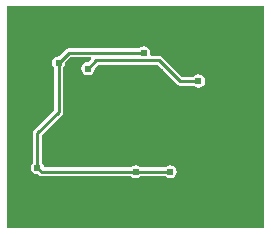
<source format=gbl>
G04*
G04 #@! TF.GenerationSoftware,Altium Limited,Altium Designer,18.0.11 (651)*
G04*
G04 Layer_Physical_Order=4*
G04 Layer_Color=16711680*
%FSLAX24Y24*%
%MOIN*%
G70*
G01*
G75*
%ADD10C,0.0098*%
%ADD38C,0.0240*%
G36*
X4690Y-3706D02*
X-3903D01*
Y3706D01*
X4690D01*
Y-3706D01*
D02*
G37*
%LPC*%
G36*
X659Y2370D02*
X574Y2353D01*
X501Y2304D01*
X497Y2298D01*
X-1841D01*
X-1899Y2286D01*
X-1948Y2253D01*
X-1948Y2253D01*
X-2168Y2034D01*
X-2175Y2035D01*
X-2261Y2018D01*
X-2334Y1970D01*
X-2382Y1897D01*
X-2400Y1811D01*
X-2382Y1725D01*
X-2334Y1652D01*
X-2327Y1648D01*
Y238D01*
X-2984Y-419D01*
X-3017Y-469D01*
X-3029Y-527D01*
Y-1520D01*
X-3035Y-1524D01*
X-3084Y-1597D01*
X-3101Y-1683D01*
X-3084Y-1769D01*
X-3035Y-1842D01*
X-2963Y-1890D01*
X-2877Y-1907D01*
X-2869Y-1906D01*
X-2847Y-1928D01*
X-2847Y-1928D01*
X-2797Y-1961D01*
X-2739Y-1973D01*
X-2739Y-1973D01*
X241D01*
X245Y-1979D01*
X318Y-2028D01*
X404Y-2045D01*
X489Y-2028D01*
X562Y-1979D01*
X566Y-1973D01*
X1382D01*
X1387Y-1979D01*
X1459Y-2028D01*
X1545Y-2045D01*
X1631Y-2028D01*
X1704Y-1979D01*
X1753Y-1907D01*
X1770Y-1821D01*
X1753Y-1735D01*
X1704Y-1662D01*
X1631Y-1614D01*
X1545Y-1597D01*
X1459Y-1614D01*
X1387Y-1662D01*
X1382Y-1669D01*
X566D01*
X562Y-1662D01*
X489Y-1614D01*
X404Y-1597D01*
X318Y-1614D01*
X245Y-1662D01*
X241Y-1669D01*
X-2655D01*
X-2670Y-1597D01*
X-2718Y-1524D01*
X-2725Y-1520D01*
Y-590D01*
X-2068Y67D01*
X-2068Y67D01*
X-2035Y117D01*
X-2023Y175D01*
Y1648D01*
X-2017Y1652D01*
X-1968Y1725D01*
X-1951Y1811D01*
X-1952Y1819D01*
X-1778Y1994D01*
X-1097D01*
X-1078Y1947D01*
X-1183Y1842D01*
X-1191Y1843D01*
X-1277Y1826D01*
X-1350Y1778D01*
X-1398Y1705D01*
X-1415Y1619D01*
X-1398Y1533D01*
X-1350Y1460D01*
X-1277Y1412D01*
X-1191Y1395D01*
X-1105Y1412D01*
X-1032Y1460D01*
X-984Y1533D01*
X-967Y1619D01*
X-968Y1627D01*
X-847Y1748D01*
X1117D01*
X1772Y1093D01*
X1772Y1093D01*
X1821Y1060D01*
X1879Y1049D01*
X1879Y1049D01*
X2323D01*
X2327Y1042D01*
X2400Y994D01*
X2486Y976D01*
X2572Y994D01*
X2645Y1042D01*
X2693Y1115D01*
X2710Y1201D01*
X2693Y1287D01*
X2645Y1359D01*
X2572Y1408D01*
X2486Y1425D01*
X2400Y1408D01*
X2327Y1359D01*
X2323Y1353D01*
X1942D01*
X1288Y2008D01*
X1238Y2041D01*
X1180Y2052D01*
X916D01*
X875Y2102D01*
X884Y2146D01*
X867Y2232D01*
X818Y2304D01*
X745Y2353D01*
X659Y2370D01*
D02*
G37*
%LPD*%
D10*
X-910Y1900D02*
X1180D01*
X1879Y1201D01*
X2486D01*
X-2175Y1811D02*
X-1841Y2146D01*
X659D01*
X404Y-1821D02*
X1545D01*
X-2877Y-1683D02*
Y-527D01*
X-2175Y175D01*
Y1811D01*
X-2877Y-1683D02*
X-2739Y-1821D01*
X404D01*
X404Y-1821D01*
X-1191Y1619D02*
X-910Y1900D01*
D38*
X1949Y1841D02*
D03*
X3490Y-3590D02*
D03*
Y-2590D02*
D03*
X2472D02*
D03*
Y-3590D02*
D03*
X2825Y-797D02*
D03*
X3570Y3590D02*
D03*
X757D02*
D03*
Y2953D02*
D03*
X1390Y3020D02*
D03*
X2710Y2210D02*
D03*
X2700Y1550D02*
D03*
X2486Y1201D02*
D03*
X2590Y700D02*
D03*
X2569Y-39D02*
D03*
X4566Y-79D02*
D03*
X4566Y679D02*
D03*
X2910Y1050D02*
D03*
X4570Y-3590D02*
D03*
Y-2590D02*
D03*
Y-1590D02*
D03*
X2472D02*
D03*
X3490D02*
D03*
Y-590D02*
D03*
X4570D02*
D03*
X2570Y3590D02*
D03*
X4570D02*
D03*
X1570D02*
D03*
X4570Y2590D02*
D03*
X3570D02*
D03*
X4570Y1590D02*
D03*
X3570D02*
D03*
X3566Y679D02*
D03*
X3566Y-79D02*
D03*
X295Y2904D02*
D03*
X1496Y-2234D02*
D03*
X1208Y-3590D02*
D03*
X260D02*
D03*
X148Y-2559D02*
D03*
X-1043Y-2864D02*
D03*
X-1516D02*
D03*
X-1020Y-3590D02*
D03*
X-1970D02*
D03*
X-1912Y-2559D02*
D03*
X-2503D02*
D03*
X-2500Y-3590D02*
D03*
X-3790Y-60D02*
D03*
X-2619Y394D02*
D03*
X-2835Y1033D02*
D03*
X-2913Y1467D02*
D03*
X-787Y2559D02*
D03*
X-2559Y2362D02*
D03*
X-719Y3590D02*
D03*
X-1575D02*
D03*
X-2559D02*
D03*
X-3790D02*
D03*
Y2362D02*
D03*
Y984D02*
D03*
Y-2470D02*
D03*
Y-3590D02*
D03*
X-2877Y-1683D02*
D03*
X-3062Y-157D02*
D03*
X659Y2146D02*
D03*
X1201Y1496D02*
D03*
X-2175Y1811D02*
D03*
X-709Y1457D02*
D03*
X404Y-1821D02*
D03*
X1545Y-1821D02*
D03*
X404Y-2244D02*
D03*
X1211Y-2550D02*
D03*
X1417Y-1378D02*
D03*
X-3790Y-1330D02*
D03*
X-2542D02*
D03*
X-709Y709D02*
D03*
X-236D02*
D03*
X236D02*
D03*
X709D02*
D03*
X-709Y236D02*
D03*
X-236D02*
D03*
X236D02*
D03*
X709D02*
D03*
X-709Y-236D02*
D03*
X-236D02*
D03*
X236D02*
D03*
X709D02*
D03*
X-709Y-709D02*
D03*
X-236D02*
D03*
X236D02*
D03*
X709D02*
D03*
X-1610Y1760D02*
D03*
X-1580Y2520D02*
D03*
X-1191Y1619D02*
D03*
M02*

</source>
